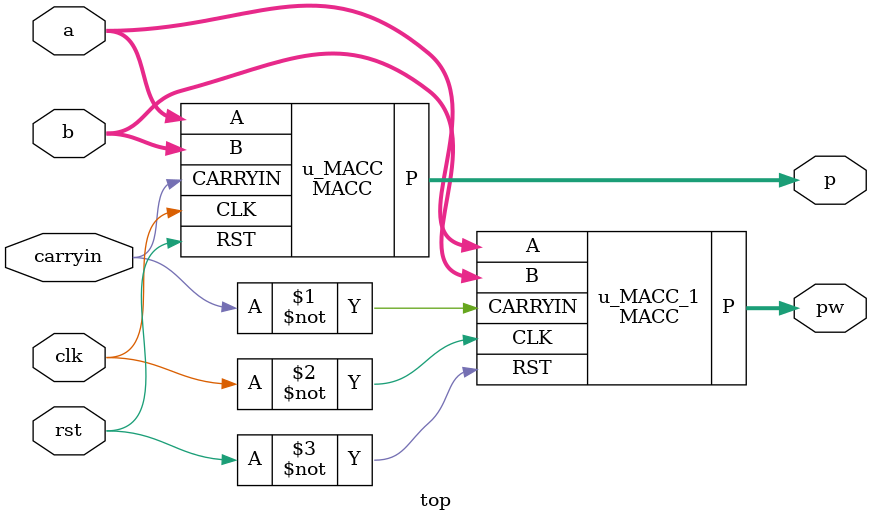
<source format=v>
module MACC (P, A, B, CARRYIN, CLK, RST);

  output reg [47:0] P;
  input [24:0] A;
  input [17:0] B;
  input CARRYIN;
  input CLK;
  input RST;

  reg [47:0] mult_reg;

  always @(posedge CLK)
    begin
    if(!RST)
        mult_reg <= 'b0;
    else
        mult_reg <= A * B;
    end

    always@(posedge CLK)
    begin
    if(!RST)
        P <= 'b0;
    else
        P <= mult_reg + CARRYIN;
    end

endmodule


module top (
input clk,
input rst,
input [24:0] a,
input [17:0] b,
input carryin,
output [47:0] p,
output [47:0] pw
);

MACC u_MACC (
        .P (p),
        .A (a),
        .B (b ),
        .CARRYIN (carryin ),
        .CLK (clk),
        .RST (rst)
    );

MACC u_MACC_1 (
        .P (pw),
        .A (a),
        .B (b ),
        .CARRYIN (~carryin ),
        .CLK (~clk),
        .RST (~rst)
    );

endmodule


</source>
